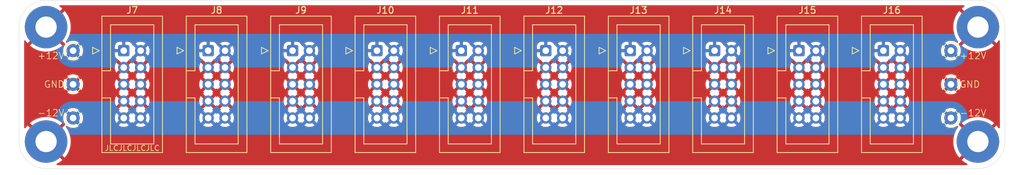
<source format=kicad_pcb>
(kicad_pcb (version 20240108) (generator "pcbnew") (generator_version "8.0")
  (layers (0 "F.Cu" signal) (31 "B.Cu" signal) (34 "B.Paste" user) (35 "F.Paste" user) (36 "B.SilkS" user "B.Silkscreen") (37 "F.SilkS" user "F.Silkscreen") (38 "B.Mask" user) (39 "F.Mask" user) (44 "Edge.Cuts" user))
  (net 0 "")
  (net 1 "+12V")
  (net 2 "GND")
  (net 3 "-12V")
  (footprint "MountingHole:MountingHole_3.2mm_M3_Pad" (layer "F.Cu") (at 179.324 64.516)
    (property "Reference" "H4" (hide yes))
    (property "Value" "MountingHole_Pad")
    (pad "1" thru_hole circle (at 0 0) (size 6.4 6.4) (drill 3.2) (layers "*.Cu" "*.Mask") (net 2 "GND"))
  )
  (footprint "Connector_IDC:IDC-Header_2x05_P2.54mm_Vertical" (layer "F.Cu") (at 88.9 50.8)
    (property "Reference" "J10" (at 1.27 -6.1 0) (layer "F.SilkS"))
    (property "Value" "Conn_02x05_Odd_Even")
    (fp_line (start -4.68 -0.5) (end -4.68 0.5) (stroke (width 0.12)) (layer "F.SilkS"))
    (fp_line (start -4.68 0.5) (end -3.68 0) (stroke (width 0.12)) (layer "F.SilkS"))
    (fp_line (start -3.68 0) (end -4.68 -0.5) (stroke (width 0.12)) (layer "F.SilkS"))
    (fp_line (start -3.29 -5.21) (end 5.83 -5.21) (stroke (width 0.12)) (layer "F.SilkS"))
    (fp_line (start -3.29 3.03) (end -1.98 3.03) (stroke (width 0.12)) (layer "F.SilkS"))
    (fp_line (start -3.29 15.37) (end -3.29 -5.21) (stroke (width 0.12)) (layer "F.SilkS"))
    (fp_line (start -1.98 -3.91) (end 4.52 -3.91) (stroke (width 0.12)) (layer "F.SilkS"))
    (fp_line (start -1.98 3.03) (end -1.98 -3.91) (stroke (width 0.12)) (layer "F.SilkS"))
    (fp_line (start -1.98 7.13) (end -3.29 7.13) (stroke (width 0.12)) (layer "F.SilkS"))
    (fp_line (start -1.98 7.13) (end -1.98 7.13) (stroke (width 0.12)) (layer "F.SilkS"))
    (fp_line (start -1.98 14.07) (end -1.98 7.13) (stroke (width 0.12)) (layer "F.SilkS"))
    (fp_line (start 4.52 -3.91) (end 4.52 14.07) (stroke (width 0.12)) (layer "F.SilkS"))
    (fp_line (start 4.52 14.07) (end -1.98 14.07) (stroke (width 0.12)) (layer "F.SilkS"))
    (fp_line (start 5.83 -5.21) (end 5.83 15.37) (stroke (width 0.12)) (layer "F.SilkS"))
    (fp_line (start 5.83 15.37) (end -3.29 15.37) (stroke (width 0.12)) (layer "F.SilkS"))
    (pad "1" thru_hole roundrect (at 0 0) (size 1.7 1.7) (drill 1) (layers "*.Cu" "*.Mask") (roundrect_rratio 0.147059) (net 1 "+12V"))
    (pad "2" thru_hole circle (at 2.54 0) (size 1.7 1.7) (drill 1) (layers "*.Cu" "*.Mask") (net 1 "+12V"))
    (pad "3" thru_hole circle (at 0 2.54) (size 1.7 1.7) (drill 1) (layers "*.Cu" "*.Mask") (net 2 "GND"))
    (pad "4" thru_hole circle (at 2.54 2.54) (size 1.7 1.7) (drill 1) (layers "*.Cu" "*.Mask") (net 2 "GND"))
    (pad "5" thru_hole circle (at 0 5.08) (size 1.7 1.7) (drill 1) (layers "*.Cu" "*.Mask") (net 2 "GND"))
    (pad "6" thru_hole circle (at 2.54 5.08) (size 1.7 1.7) (drill 1) (layers "*.Cu" "*.Mask") (net 2 "GND"))
    (pad "7" thru_hole circle (at 0 7.62) (size 1.7 1.7) (drill 1) (layers "*.Cu" "*.Mask") (net 2 "GND"))
    (pad "8" thru_hole circle (at 2.54 7.62) (size 1.7 1.7) (drill 1) (layers "*.Cu" "*.Mask") (net 2 "GND"))
    (pad "9" thru_hole circle (at 0 10.16) (size 1.7 1.7) (drill 1) (layers "*.Cu" "*.Mask") (net 3 "-12V"))
    (pad "10" thru_hole circle (at 2.54 10.16) (size 1.7 1.7) (drill 1) (layers "*.Cu" "*.Mask") (net 3 "-12V"))
  )
  (footprint "Connector_IDC:IDC-Header_2x05_P2.54mm_Vertical" (layer "F.Cu") (at 114.3 50.8)
    (property "Reference" "J12" (at 1.27 -6.1 0) (layer "F.SilkS"))
    (property "Value" "Conn_02x05_Odd_Even")
    (fp_line (start -4.68 -0.5) (end -4.68 0.5) (stroke (width 0.12)) (layer "F.SilkS"))
    (fp_line (start -4.68 0.5) (end -3.68 0) (stroke (width 0.12)) (layer "F.SilkS"))
    (fp_line (start -3.68 0) (end -4.68 -0.5) (stroke (width 0.12)) (layer "F.SilkS"))
    (fp_line (start -3.29 -5.21) (end 5.83 -5.21) (stroke (width 0.12)) (layer "F.SilkS"))
    (fp_line (start -3.29 3.03) (end -1.98 3.03) (stroke (width 0.12)) (layer "F.SilkS"))
    (fp_line (start -3.29 15.37) (end -3.29 -5.21) (stroke (width 0.12)) (layer "F.SilkS"))
    (fp_line (start -1.98 -3.91) (end 4.52 -3.91) (stroke (width 0.12)) (layer "F.SilkS"))
    (fp_line (start -1.98 3.03) (end -1.98 -3.91) (stroke (width 0.12)) (layer "F.SilkS"))
    (fp_line (start -1.98 7.13) (end -3.29 7.13) (stroke (width 0.12)) (layer "F.SilkS"))
    (fp_line (start -1.98 7.13) (end -1.98 7.13) (stroke (width 0.12)) (layer "F.SilkS"))
    (fp_line (start -1.98 14.07) (end -1.98 7.13) (stroke (width 0.12)) (layer "F.SilkS"))
    (fp_line (start 4.52 -3.91) (end 4.52 14.07) (stroke (width 0.12)) (layer "F.SilkS"))
    (fp_line (start 4.52 14.07) (end -1.98 14.07) (stroke (width 0.12)) (layer "F.SilkS"))
    (fp_line (start 5.83 -5.21) (end 5.83 15.37) (stroke (width 0.12)) (layer "F.SilkS"))
    (fp_line (start 5.83 15.37) (end -3.29 15.37) (stroke (width 0.12)) (layer "F.SilkS"))
    (pad "1" thru_hole roundrect (at 0 0) (size 1.7 1.7) (drill 1) (layers "*.Cu" "*.Mask") (roundrect_rratio 0.147059) (net 1 "+12V"))
    (pad "2" thru_hole circle (at 2.54 0) (size 1.7 1.7) (drill 1) (layers "*.Cu" "*.Mask") (net 1 "+12V"))
    (pad "3" thru_hole circle (at 0 2.54) (size 1.7 1.7) (drill 1) (layers "*.Cu" "*.Mask") (net 2 "GND"))
    (pad "4" thru_hole circle (at 2.54 2.54) (size 1.7 1.7) (drill 1) (layers "*.Cu" "*.Mask") (net 2 "GND"))
    (pad "5" thru_hole circle (at 0 5.08) (size 1.7 1.7) (drill 1) (layers "*.Cu" "*.Mask") (net 2 "GND"))
    (pad "6" thru_hole circle (at 2.54 5.08) (size 1.7 1.7) (drill 1) (layers "*.Cu" "*.Mask") (net 2 "GND"))
    (pad "7" thru_hole circle (at 0 7.62) (size 1.7 1.7) (drill 1) (layers "*.Cu" "*.Mask") (net 2 "GND"))
    (pad "8" thru_hole circle (at 2.54 7.62) (size 1.7 1.7) (drill 1) (layers "*.Cu" "*.Mask") (net 2 "GND"))
    (pad "9" thru_hole circle (at 0 10.16) (size 1.7 1.7) (drill 1) (layers "*.Cu" "*.Mask") (net 3 "-12V"))
    (pad "10" thru_hole circle (at 2.54 10.16) (size 1.7 1.7) (drill 1) (layers "*.Cu" "*.Mask") (net 3 "-12V"))
  )
  (footprint "Connector_IDC:IDC-Header_2x05_P2.54mm_Vertical" (layer "F.Cu") (at 152.4 50.8)
    (property "Reference" "J15" (at 1.27 -6.1 0) (layer "F.SilkS"))
    (property "Value" "Conn_02x05_Odd_Even")
    (fp_line (start -4.68 -0.5) (end -4.68 0.5) (stroke (width 0.12)) (layer "F.SilkS"))
    (fp_line (start -4.68 0.5) (end -3.68 0) (stroke (width 0.12)) (layer "F.SilkS"))
    (fp_line (start -3.68 0) (end -4.68 -0.5) (stroke (width 0.12)) (layer "F.SilkS"))
    (fp_line (start -3.29 -5.21) (end 5.83 -5.21) (stroke (width 0.12)) (layer "F.SilkS"))
    (fp_line (start -3.29 3.03) (end -1.98 3.03) (stroke (width 0.12)) (layer "F.SilkS"))
    (fp_line (start -3.29 15.37) (end -3.29 -5.21) (stroke (width 0.12)) (layer "F.SilkS"))
    (fp_line (start -1.98 -3.91) (end 4.52 -3.91) (stroke (width 0.12)) (layer "F.SilkS"))
    (fp_line (start -1.98 3.03) (end -1.98 -3.91) (stroke (width 0.12)) (layer "F.SilkS"))
    (fp_line (start -1.98 7.13) (end -3.29 7.13) (stroke (width 0.12)) (layer "F.SilkS"))
    (fp_line (start -1.98 7.13) (end -1.98 7.13) (stroke (width 0.12)) (layer "F.SilkS"))
    (fp_line (start -1.98 14.07) (end -1.98 7.13) (stroke (width 0.12)) (layer "F.SilkS"))
    (fp_line (start 4.52 -3.91) (end 4.52 14.07) (stroke (width 0.12)) (layer "F.SilkS"))
    (fp_line (start 4.52 14.07) (end -1.98 14.07) (stroke (width 0.12)) (layer "F.SilkS"))
    (fp_line (start 5.83 -5.21) (end 5.83 15.37) (stroke (width 0.12)) (layer "F.SilkS"))
    (fp_line (start 5.83 15.37) (end -3.29 15.37) (stroke (width 0.12)) (layer "F.SilkS"))
    (pad "1" thru_hole roundrect (at 0 0) (size 1.7 1.7) (drill 1) (layers "*.Cu" "*.Mask") (roundrect_rratio 0.147059) (net 1 "+12V"))
    (pad "2" thru_hole circle (at 2.54 0) (size 1.7 1.7) (drill 1) (layers "*.Cu" "*.Mask") (net 1 "+12V"))
    (pad "3" thru_hole circle (at 0 2.54) (size 1.7 1.7) (drill 1) (layers "*.Cu" "*.Mask") (net 2 "GND"))
    (pad "4" thru_hole circle (at 2.54 2.54) (size 1.7 1.7) (drill 1) (layers "*.Cu" "*.Mask") (net 2 "GND"))
    (pad "5" thru_hole circle (at 0 5.08) (size 1.7 1.7) (drill 1) (layers "*.Cu" "*.Mask") (net 2 "GND"))
    (pad "6" thru_hole circle (at 2.54 5.08) (size 1.7 1.7) (drill 1) (layers "*.Cu" "*.Mask") (net 2 "GND"))
    (pad "7" thru_hole circle (at 0 7.62) (size 1.7 1.7) (drill 1) (layers "*.Cu" "*.Mask") (net 2 "GND"))
    (pad "8" thru_hole circle (at 2.54 7.62) (size 1.7 1.7) (drill 1) (layers "*.Cu" "*.Mask") (net 2 "GND"))
    (pad "9" thru_hole circle (at 0 10.16) (size 1.7 1.7) (drill 1) (layers "*.Cu" "*.Mask") (net 3 "-12V"))
    (pad "10" thru_hole circle (at 2.54 10.16) (size 1.7 1.7) (drill 1) (layers "*.Cu" "*.Mask") (net 3 "-12V"))
  )
  (footprint "Connector_Pin:Pin_D1.0mm_L10.0mm" (layer "F.Cu") (at 43.18 60.96)
    (property "Reference" "J5" (hide yes))
    (property "Value" "Conn_01x01_Socket")
    (fp_circle (center 0 0) (end 1.25 0.05) (stroke (width 0.12)) (fill none) (layer "F.SilkS"))
    (pad "1" thru_hole circle (at 0 0) (size 2 2) (drill 1) (layers "*.Cu" "*.Mask") (net 3 "-12V"))
  )
  (footprint "MountingHole:MountingHole_3.2mm_M3_Pad" (layer "F.Cu") (at 179.324 47.244)
    (property "Reference" "H2" (hide yes))
    (property "Value" "MountingHole_Pad")
    (pad "1" thru_hole circle (at 0 0) (size 6.4 6.4) (drill 3.2) (layers "*.Cu" "*.Mask") (net 2 "GND"))
  )
  (footprint "Connector_IDC:IDC-Header_2x05_P2.54mm_Vertical" (layer "F.Cu") (at 76.2 50.8)
    (property "Reference" "J9" (at 1.27 -6.1 0) (layer "F.SilkS"))
    (property "Value" "Conn_02x05_Odd_Even")
    (fp_line (start -4.68 -0.5) (end -4.68 0.5) (stroke (width 0.12)) (layer "F.SilkS"))
    (fp_line (start -4.68 0.5) (end -3.68 0) (stroke (width 0.12)) (layer "F.SilkS"))
    (fp_line (start -3.68 0) (end -4.68 -0.5) (stroke (width 0.12)) (layer "F.SilkS"))
    (fp_line (start -3.29 -5.21) (end 5.83 -5.21) (stroke (width 0.12)) (layer "F.SilkS"))
    (fp_line (start -3.29 3.03) (end -1.98 3.03) (stroke (width 0.12)) (layer "F.SilkS"))
    (fp_line (start -3.29 15.37) (end -3.29 -5.21) (stroke (width 0.12)) (layer "F.SilkS"))
    (fp_line (start -1.98 -3.91) (end 4.52 -3.91) (stroke (width 0.12)) (layer "F.SilkS"))
    (fp_line (start -1.98 3.03) (end -1.98 -3.91) (stroke (width 0.12)) (layer "F.SilkS"))
    (fp_line (start -1.98 7.13) (end -3.29 7.13) (stroke (width 0.12)) (layer "F.SilkS"))
    (fp_line (start -1.98 7.13) (end -1.98 7.13) (stroke (width 0.12)) (layer "F.SilkS"))
    (fp_line (start -1.98 14.07) (end -1.98 7.13) (stroke (width 0.12)) (layer "F.SilkS"))
    (fp_line (start 4.52 -3.91) (end 4.52 14.07) (stroke (width 0.12)) (layer "F.SilkS"))
    (fp_line (start 4.52 14.07) (end -1.98 14.07) (stroke (width 0.12)) (layer "F.SilkS"))
    (fp_line (start 5.83 -5.21) (end 5.83 15.37) (stroke (width 0.12)) (layer "F.SilkS"))
    (fp_line (start 5.83 15.37) (end -3.29 15.37) (stroke (width 0.12)) (layer "F.SilkS"))
    (pad "1" thru_hole roundrect (at 0 0) (size 1.7 1.7) (drill 1) (layers "*.Cu" "*.Mask") (roundrect_rratio 0.147059) (net 1 "+12V"))
    (pad "2" thru_hole circle (at 2.54 0) (size 1.7 1.7) (drill 1) (layers "*.Cu" "*.Mask") (net 1 "+12V"))
    (pad "3" thru_hole circle (at 0 2.54) (size 1.7 1.7) (drill 1) (layers "*.Cu" "*.Mask") (net 2 "GND"))
    (pad "4" thru_hole circle (at 2.54 2.54) (size 1.7 1.7) (drill 1) (layers "*.Cu" "*.Mask") (net 2 "GND"))
    (pad "5" thru_hole circle (at 0 5.08) (size 1.7 1.7) (drill 1) (layers "*.Cu" "*.Mask") (net 2 "GND"))
    (pad "6" thru_hole circle (at 2.54 5.08) (size 1.7 1.7) (drill 1) (layers "*.Cu" "*.Mask") (net 2 "GND"))
    (pad "7" thru_hole circle (at 0 7.62) (size 1.7 1.7) (drill 1) (layers "*.Cu" "*.Mask") (net 2 "GND"))
    (pad "8" thru_hole circle (at 2.54 7.62) (size 1.7 1.7) (drill 1) (layers "*.Cu" "*.Mask") (net 2 "GND"))
    (pad "9" thru_hole circle (at 0 10.16) (size 1.7 1.7) (drill 1) (layers "*.Cu" "*.Mask") (net 3 "-12V"))
    (pad "10" thru_hole circle (at 2.54 10.16) (size 1.7 1.7) (drill 1) (layers "*.Cu" "*.Mask") (net 3 "-12V"))
  )
  (footprint "Connector_Pin:Pin_D1.0mm_L10.0mm" (layer "F.Cu") (at 175.26 50.8)
    (property "Reference" "J2" (hide yes))
    (property "Value" "Conn_01x01_Socket")
    (fp_circle (center 0 0) (end 1.25 0.05) (stroke (width 0.12)) (fill none) (layer "F.SilkS"))
    (pad "1" thru_hole circle (at 0 0) (size 2 2) (drill 1) (layers "*.Cu" "*.Mask") (net 1 "+12V"))
  )
  (footprint "Connector_IDC:IDC-Header_2x05_P2.54mm_Vertical" (layer "F.Cu") (at 50.8 50.8)
    (property "Reference" "J7" (at 1.27 -6.1 0) (layer "F.SilkS"))
    (property "Value" "Conn_02x05_Odd_Even")
    (fp_line (start -4.68 -0.5) (end -4.68 0.5) (stroke (width 0.12)) (layer "F.SilkS"))
    (fp_line (start -4.68 0.5) (end -3.68 0) (stroke (width 0.12)) (layer "F.SilkS"))
    (fp_line (start -3.68 0) (end -4.68 -0.5) (stroke (width 0.12)) (layer "F.SilkS"))
    (fp_line (start -3.29 -5.21) (end 5.83 -5.21) (stroke (width 0.12)) (layer "F.SilkS"))
    (fp_line (start -3.29 3.03) (end -1.98 3.03) (stroke (width 0.12)) (layer "F.SilkS"))
    (fp_line (start -3.29 15.37) (end -3.29 -5.21) (stroke (width 0.12)) (layer "F.SilkS"))
    (fp_line (start -1.98 -3.91) (end 4.52 -3.91) (stroke (width 0.12)) (layer "F.SilkS"))
    (fp_line (start -1.98 3.03) (end -1.98 -3.91) (stroke (width 0.12)) (layer "F.SilkS"))
    (fp_line (start -1.98 7.13) (end -3.29 7.13) (stroke (width 0.12)) (layer "F.SilkS"))
    (fp_line (start -1.98 7.13) (end -1.98 7.13) (stroke (width 0.12)) (layer "F.SilkS"))
    (fp_line (start -1.98 14.07) (end -1.98 7.13) (stroke (width 0.12)) (layer "F.SilkS"))
    (fp_line (start 4.52 -3.91) (end 4.52 14.07) (stroke (width 0.12)) (layer "F.SilkS"))
    (fp_line (start 4.52 14.07) (end -1.98 14.07) (stroke (width 0.12)) (layer "F.SilkS"))
    (fp_line (start 5.83 -5.21) (end 5.83 15.37) (stroke (width 0.12)) (layer "F.SilkS"))
    (fp_line (start 5.83 15.37) (end -3.29 15.37) (stroke (width 0.12)) (layer "F.SilkS"))
    (pad "1" thru_hole roundrect (at 0 0) (size 1.7 1.7) (drill 1) (layers "*.Cu" "*.Mask") (roundrect_rratio 0.147059) (net 1 "+12V"))
    (pad "2" thru_hole circle (at 2.54 0) (size 1.7 1.7) (drill 1) (layers "*.Cu" "*.Mask") (net 1 "+12V"))
    (pad "3" thru_hole circle (at 0 2.54) (size 1.7 1.7) (drill 1) (layers "*.Cu" "*.Mask") (net 2 "GND"))
    (pad "4" thru_hole circle (at 2.54 2.54) (size 1.7 1.7) (drill 1) (layers "*.Cu" "*.Mask") (net 2 "GND"))
    (pad "5" thru_hole circle (at 0 5.08) (size 1.7 1.7) (drill 1) (layers "*.Cu" "*.Mask") (net 2 "GND"))
    (pad "6" thru_hole circle (at 2.54 5.08) (size 1.7 1.7) (drill 1) (layers "*.Cu" "*.Mask") (net 2 "GND"))
    (pad "7" thru_hole circle (at 0 7.62) (size 1.7 1.7) (drill 1) (layers "*.Cu" "*.Mask") (net 2 "GND"))
    (pad "8" thru_hole circle (at 2.54 7.62) (size 1.7 1.7) (drill 1) (layers "*.Cu" "*.Mask") (net 2 "GND"))
    (pad "9" thru_hole circle (at 0 10.16) (size 1.7 1.7) (drill 1) (layers "*.Cu" "*.Mask") (net 3 "-12V"))
    (pad "10" thru_hole circle (at 2.54 10.16) (size 1.7 1.7) (drill 1) (layers "*.Cu" "*.Mask") (net 3 "-12V"))
  )
  (footprint "Connector_Pin:Pin_D1.0mm_L10.0mm" (layer "F.Cu") (at 43.18 55.88)
    (property "Reference" "J3" (hide yes))
    (property "Value" "Conn_01x01_Socket")
    (fp_circle (center 0 0) (end 1.25 0.05) (stroke (width 0.12)) (fill none) (layer "F.SilkS"))
    (pad "1" thru_hole circle (at 0 0) (size 2 2) (drill 1) (layers "*.Cu" "*.Mask") (net 2 "GND"))
  )
  (footprint "MountingHole:MountingHole_3.2mm_M3_Pad" (layer "F.Cu") (at 39.116 64.516)
    (property "Reference" "H3" (hide yes))
    (property "Value" "MountingHole_Pad")
    (pad "1" thru_hole circle (at 0 0) (size 6.4 6.4) (drill 3.2) (layers "*.Cu" "*.Mask") (net 2 "GND"))
  )
  (footprint "Connector_Pin:Pin_D1.0mm_L10.0mm" (layer "F.Cu") (at 175.26 55.88)
    (property "Reference" "J4" (hide yes))
    (property "Value" "Conn_01x01_Socket")
    (fp_circle (center 0 0) (end 1.25 0.05) (stroke (width 0.12)) (fill none) (layer "F.SilkS"))
    (pad "1" thru_hole circle (at 0 0) (size 2 2) (drill 1) (layers "*.Cu" "*.Mask") (net 2 "GND"))
  )
  (footprint "Connector_IDC:IDC-Header_2x05_P2.54mm_Vertical" (layer "F.Cu") (at 63.5 50.8)
    (property "Reference" "J8" (at 1.27 -6.1 0) (layer "F.SilkS"))
    (property "Value" "Conn_02x05_Odd_Even")
    (fp_line (start -4.68 -0.5) (end -4.68 0.5) (stroke (width 0.12)) (layer "F.SilkS"))
    (fp_line (start -4.68 0.5) (end -3.68 0) (stroke (width 0.12)) (layer "F.SilkS"))
    (fp_line (start -3.68 0) (end -4.68 -0.5) (stroke (width 0.12)) (layer "F.SilkS"))
    (fp_line (start -3.29 -5.21) (end 5.83 -5.21) (stroke (width 0.12)) (layer "F.SilkS"))
    (fp_line (start -3.29 3.03) (end -1.98 3.03) (stroke (width 0.12)) (layer "F.SilkS"))
    (fp_line (start -3.29 15.37) (end -3.29 -5.21) (stroke (width 0.12)) (layer "F.SilkS"))
    (fp_line (start -1.98 -3.91) (end 4.52 -3.91) (stroke (width 0.12)) (layer "F.SilkS"))
    (fp_line (start -1.98 3.03) (end -1.98 -3.91) (stroke (width 0.12)) (layer "F.SilkS"))
    (fp_line (start -1.98 7.13) (end -3.29 7.13) (stroke (width 0.12)) (layer "F.SilkS"))
    (fp_line (start -1.98 7.13) (end -1.98 7.13) (stroke (width 0.12)) (layer "F.SilkS"))
    (fp_line (start -1.98 14.07) (end -1.98 7.13) (stroke (width 0.12)) (layer "F.SilkS"))
    (fp_line (start 4.52 -3.91) (end 4.52 14.07) (stroke (width 0.12)) (layer "F.SilkS"))
    (fp_line (start 4.52 14.07) (end -1.98 14.07) (stroke (width 0.12)) (layer "F.SilkS"))
    (fp_line (start 5.83 -5.21) (end 5.83 15.37) (stroke (width 0.12)) (layer "F.SilkS"))
    (fp_line (start 5.83 15.37) (end -3.29 15.37) (stroke (width 0.12)) (layer "F.SilkS"))
    (pad "1" thru_hole roundrect (at 0 0) (size 1.7 1.7) (drill 1) (layers "*.Cu" "*.Mask") (roundrect_rratio 0.147059) (net 1 "+12V"))
    (pad "2" thru_hole circle (at 2.54 0) (size 1.7 1.7) (drill 1) (layers "*.Cu" "*.Mask") (net 1 "+12V"))
    (pad "3" thru_hole circle (at 0 2.54) (size 1.7 1.7) (drill 1) (layers "*.Cu" "*.Mask") (net 2 "GND"))
    (pad "4" thru_hole circle (at 2.54 2.54) (size 1.7 1.7) (drill 1) (layers "*.Cu" "*.Mask") (net 2 "GND"))
    (pad "5" thru_hole circle (at 0 5.08) (size 1.7 1.7) (drill 1) (layers "*.Cu" "*.Mask") (net 2 "GND"))
    (pad "6" thru_hole circle (at 2.54 5.08) (size 1.7 1.7) (drill 1) (layers "*.Cu" "*.Mask") (net 2 "GND"))
    (pad "7" thru_hole circle (at 0 7.62) (size 1.7 1.7) (drill 1) (layers "*.Cu" "*.Mask") (net 2 "GND"))
    (pad "8" thru_hole circle (at 2.54 7.62) (size 1.7 1.7) (drill 1) (layers "*.Cu" "*.Mask") (net 2 "GND"))
    (pad "9" thru_hole circle (at 0 10.16) (size 1.7 1.7) (drill 1) (layers "*.Cu" "*.Mask") (net 3 "-12V"))
    (pad "10" thru_hole circle (at 2.54 10.16) (size 1.7 1.7) (drill 1) (layers "*.Cu" "*.Mask") (net 3 "-12V"))
  )
  (footprint "Connector_Pin:Pin_D1.0mm_L10.0mm" (layer "F.Cu") (at 175.26 60.96)
    (property "Reference" "J6" (hide yes))
    (property "Value" "Conn_01x01_Socket")
    (fp_circle (center 0 0) (end 1.25 0.05) (stroke (width 0.12)) (fill none) (layer "F.SilkS"))
    (pad "1" thru_hole circle (at 0 0) (size 2 2) (drill 1) (layers "*.Cu" "*.Mask") (net 3 "-12V"))
  )
  (footprint "Connector_IDC:IDC-Header_2x05_P2.54mm_Vertical" (layer "F.Cu") (at 127 50.8)
    (property "Reference" "J13" (at 1.27 -6.1 0) (layer "F.SilkS"))
    (property "Value" "Conn_02x05_Odd_Even")
    (fp_line (start -4.68 -0.5) (end -4.68 0.5) (stroke (width 0.12)) (layer "F.SilkS"))
    (fp_line (start -4.68 0.5) (end -3.68 0) (stroke (width 0.12)) (layer "F.SilkS"))
    (fp_line (start -3.68 0) (end -4.68 -0.5) (stroke (width 0.12)) (layer "F.SilkS"))
    (fp_line (start -3.29 -5.21) (end 5.83 -5.21) (stroke (width 0.12)) (layer "F.SilkS"))
    (fp_line (start -3.29 3.03) (end -1.98 3.03) (stroke (width 0.12)) (layer "F.SilkS"))
    (fp_line (start -3.29 15.37) (end -3.29 -5.21) (stroke (width 0.12)) (layer "F.SilkS"))
    (fp_line (start -1.98 -3.91) (end 4.52 -3.91) (stroke (width 0.12)) (layer "F.SilkS"))
    (fp_line (start -1.98 3.03) (end -1.98 -3.91) (stroke (width 0.12)) (layer "F.SilkS"))
    (fp_line (start -1.98 7.13) (end -3.29 7.13) (stroke (width 0.12)) (layer "F.SilkS"))
    (fp_line (start -1.98 7.13) (end -1.98 7.13) (stroke (width 0.12)) (layer "F.SilkS"))
    (fp_line (start -1.98 14.07) (end -1.98 7.13) (stroke (width 0.12)) (layer "F.SilkS"))
    (fp_line (start 4.52 -3.91) (end 4.52 14.07) (stroke (width 0.12)) (layer "F.SilkS"))
    (fp_line (start 4.52 14.07) (end -1.98 14.07) (stroke (width 0.12)) (layer "F.SilkS"))
    (fp_line (start 5.83 -5.21) (end 5.83 15.37) (stroke (width 0.12)) (layer "F.SilkS"))
    (fp_line (start 5.83 15.37) (end -3.29 15.37) (stroke (width 0.12)) (layer "F.SilkS"))
    (pad "1" thru_hole roundrect (at 0 0) (size 1.7 1.7) (drill 1) (layers "*.Cu" "*.Mask") (roundrect_rratio 0.147059) (net 1 "+12V"))
    (pad "2" thru_hole circle (at 2.54 0) (size 1.7 1.7) (drill 1) (layers "*.Cu" "*.Mask") (net 1 "+12V"))
    (pad "3" thru_hole circle (at 0 2.54) (size 1.7 1.7) (drill 1) (layers "*.Cu" "*.Mask") (net 2 "GND"))
    (pad "4" thru_hole circle (at 2.54 2.54) (size 1.7 1.7) (drill 1) (layers "*.Cu" "*.Mask") (net 2 "GND"))
    (pad "5" thru_hole circle (at 0 5.08) (size 1.7 1.7) (drill 1) (layers "*.Cu" "*.Mask") (net 2 "GND"))
    (pad "6" thru_hole circle (at 2.54 5.08) (size 1.7 1.7) (drill 1) (layers "*.Cu" "*.Mask") (net 2 "GND"))
    (pad "7" thru_hole circle (at 0 7.62) (size 1.7 1.7) (drill 1) (layers "*.Cu" "*.Mask") (net 2 "GND"))
    (pad "8" thru_hole circle (at 2.54 7.62) (size 1.7 1.7) (drill 1) (layers "*.Cu" "*.Mask") (net 2 "GND"))
    (pad "9" thru_hole circle (at 0 10.16) (size 1.7 1.7) (drill 1) (layers "*.Cu" "*.Mask") (net 3 "-12V"))
    (pad "10" thru_hole circle (at 2.54 10.16) (size 1.7 1.7) (drill 1) (layers "*.Cu" "*.Mask") (net 3 "-12V"))
  )
  (footprint "Connector_IDC:IDC-Header_2x05_P2.54mm_Vertical" (layer "F.Cu") (at 101.6 50.8)
    (property "Reference" "J11" (at 1.27 -6.1 0) (layer "F.SilkS"))
    (property "Value" "Conn_02x05_Odd_Even")
    (fp_line (start -4.68 -0.5) (end -4.68 0.5) (stroke (width 0.12)) (layer "F.SilkS"))
    (fp_line (start -4.68 0.5) (end -3.68 0) (stroke (width 0.12)) (layer "F.SilkS"))
    (fp_line (start -3.68 0) (end -4.68 -0.5) (stroke (width 0.12)) (layer "F.SilkS"))
    (fp_line (start -3.29 -5.21) (end 5.83 -5.21) (stroke (width 0.12)) (layer "F.SilkS"))
    (fp_line (start -3.29 3.03) (end -1.98 3.03) (stroke (width 0.12)) (layer "F.SilkS"))
    (fp_line (start -3.29 15.37) (end -3.29 -5.21) (stroke (width 0.12)) (layer "F.SilkS"))
    (fp_line (start -1.98 -3.91) (end 4.52 -3.91) (stroke (width 0.12)) (layer "F.SilkS"))
    (fp_line (start -1.98 3.03) (end -1.98 -3.91) (stroke (width 0.12)) (layer "F.SilkS"))
    (fp_line (start -1.98 7.13) (end -3.29 7.13) (stroke (width 0.12)) (layer "F.SilkS"))
    (fp_line (start -1.98 7.13) (end -1.98 7.13) (stroke (width 0.12)) (layer "F.SilkS"))
    (fp_line (start -1.98 14.07) (end -1.98 7.13) (stroke (width 0.12)) (layer "F.SilkS"))
    (fp_line (start 4.52 -3.91) (end 4.52 14.07) (stroke (width 0.12)) (layer "F.SilkS"))
    (fp_line (start 4.52 14.07) (end -1.98 14.07) (stroke (width 0.12)) (layer "F.SilkS"))
    (fp_line (start 5.83 -5.21) (end 5.83 15.37) (stroke (width 0.12)) (layer "F.SilkS"))
    (fp_line (start 5.83 15.37) (end -3.29 15.37) (stroke (width 0.12)) (layer "F.SilkS"))
    (pad "1" thru_hole roundrect (at 0 0) (size 1.7 1.7) (drill 1) (layers "*.Cu" "*.Mask") (roundrect_rratio 0.147059) (net 1 "+12V"))
    (pad "2" thru_hole circle (at 2.54 0) (size 1.7 1.7) (drill 1) (layers "*.Cu" "*.Mask") (net 1 "+12V"))
    (pad "3" thru_hole circle (at 0 2.54) (size 1.7 1.7) (drill 1) (layers "*.Cu" "*.Mask") (net 2 "GND"))
    (pad "4" thru_hole circle (at 2.54 2.54) (size 1.7 1.7) (drill 1) (layers "*.Cu" "*.Mask") (net 2 "GND"))
    (pad "5" thru_hole circle (at 0 5.08) (size 1.7 1.7) (drill 1) (layers "*.Cu" "*.Mask") (net 2 "GND"))
    (pad "6" thru_hole circle (at 2.54 5.08) (size 1.7 1.7) (drill 1) (layers "*.Cu" "*.Mask") (net 2 "GND"))
    (pad "7" thru_hole circle (at 0 7.62) (size 1.7 1.7) (drill 1) (layers "*.Cu" "*.Mask") (net 2 "GND"))
    (pad "8" thru_hole circle (at 2.54 7.62) (size 1.7 1.7) (drill 1) (layers "*.Cu" "*.Mask") (net 2 "GND"))
    (pad "9" thru_hole circle (at 0 10.16) (size 1.7 1.7) (drill 1) (layers "*.Cu" "*.Mask") (net 3 "-12V"))
    (pad "10" thru_hole circle (at 2.54 10.16) (size 1.7 1.7) (drill 1) (layers "*.Cu" "*.Mask") (net 3 "-12V"))
  )
  (footprint "MountingHole:MountingHole_3.2mm_M3_Pad" (layer "F.Cu") (at 39.116 47.244)
    (property "Reference" "H1" (hide yes))
    (property "Value" "MountingHole_Pad")
    (pad "1" thru_hole circle (at 0 0) (size 6.4 6.4) (drill 3.2) (layers "*.Cu" "*.Mask") (net 2 "GND"))
  )
  (footprint "Connector_IDC:IDC-Header_2x05_P2.54mm_Vertical" (layer "F.Cu") (at 165.1 50.8)
    (property "Reference" "J16" (at 1.27 -6.1 0) (layer "F.SilkS"))
    (property "Value" "Conn_02x05_Odd_Even")
    (fp_line (start -4.68 -0.5) (end -4.68 0.5) (stroke (width 0.12)) (layer "F.SilkS"))
    (fp_line (start -4.68 0.5) (end -3.68 0) (stroke (width 0.12)) (layer "F.SilkS"))
    (fp_line (start -3.68 0) (end -4.68 -0.5) (stroke (width 0.12)) (layer "F.SilkS"))
    (fp_line (start -3.29 -5.21) (end 5.83 -5.21) (stroke (width 0.12)) (layer "F.SilkS"))
    (fp_line (start -3.29 3.03) (end -1.98 3.03) (stroke (width 0.12)) (layer "F.SilkS"))
    (fp_line (start -3.29 15.37) (end -3.29 -5.21) (stroke (width 0.12)) (layer "F.SilkS"))
    (fp_line (start -1.98 -3.91) (end 4.52 -3.91) (stroke (width 0.12)) (layer "F.SilkS"))
    (fp_line (start -1.98 3.03) (end -1.98 -3.91) (stroke (width 0.12)) (layer "F.SilkS"))
    (fp_line (start -1.98 7.13) (end -3.29 7.13) (stroke (width 0.12)) (layer "F.SilkS"))
    (fp_line (start -1.98 7.13) (end -1.98 7.13) (stroke (width 0.12)) (layer "F.SilkS"))
    (fp_line (start -1.98 14.07) (end -1.98 7.13) (stroke (width 0.12)) (layer "F.SilkS"))
    (fp_line (start 4.52 -3.91) (end 4.52 14.07) (stroke (width 0.12)) (layer "F.SilkS"))
    (fp_line (start 4.52 14.07) (end -1.98 14.07) (stroke (width 0.12)) (layer "F.SilkS"))
    (fp_line (start 5.83 -5.21) (end 5.83 15.37) (stroke (width 0.12)) (layer "F.SilkS"))
    (fp_line (start 5.83 15.37) (end -3.29 15.37) (stroke (width 0.12)) (layer "F.SilkS"))
    (pad "1" thru_hole roundrect (at 0 0) (size 1.7 1.7) (drill 1) (layers "*.Cu" "*.Mask") (roundrect_rratio 0.147059) (net 1 "+12V"))
    (pad "2" thru_hole circle (at 2.54 0) (size 1.7 1.7) (drill 1) (layers "*.Cu" "*.Mask") (net 1 "+12V"))
    (pad "3" thru_hole circle (at 0 2.54) (size 1.7 1.7) (drill 1) (layers "*.Cu" "*.Mask") (net 2 "GND"))
    (pad "4" thru_hole circle (at 2.54 2.54) (size 1.7 1.7) (drill 1) (layers "*.Cu" "*.Mask") (net 2 "GND"))
    (pad "5" thru_hole circle (at 0 5.08) (size 1.7 1.7) (drill 1) (layers "*.Cu" "*.Mask") (net 2 "GND"))
    (pad "6" thru_hole circle (at 2.54 5.08) (size 1.7 1.7) (drill 1) (layers "*.Cu" "*.Mask") (net 2 "GND"))
    (pad "7" thru_hole circle (at 0 7.62) (size 1.7 1.7) (drill 1) (layers "*.Cu" "*.Mask") (net 2 "GND"))
    (pad "8" thru_hole circle (at 2.54 7.62) (size 1.7 1.7) (drill 1) (layers "*.Cu" "*.Mask") (net 2 "GND"))
    (pad "9" thru_hole circle (at 0 10.16) (size 1.7 1.7) (drill 1) (layers "*.Cu" "*.Mask") (net 3 "-12V"))
    (pad "10" thru_hole circle (at 2.54 10.16) (size 1.7 1.7) (drill 1) (layers "*.Cu" "*.Mask") (net 3 "-12V"))
  )
  (footprint "Connector_Pin:Pin_D1.0mm_L10.0mm" (layer "F.Cu") (at 43.18 50.8)
    (property "Reference" "J1" (hide yes))
    (property "Value" "Conn_01x01_Socket")
    (fp_circle (center 0 0) (end 1.25 0.05) (stroke (width 0.12)) (fill none) (layer "F.SilkS"))
    (pad "1" thru_hole circle (at 0 0) (size 2 2) (drill 1) (layers "*.Cu" "*.Mask") (net 1 "+12V"))
  )
  (footprint "Connector_IDC:IDC-Header_2x05_P2.54mm_Vertical" (layer "F.Cu") (at 139.7 50.8)
    (property "Reference" "J14" (at 1.27 -6.1 0) (layer "F.SilkS"))
    (property "Value" "Conn_02x05_Odd_Even")
    (fp_line (start -4.68 -0.5) (end -4.68 0.5) (stroke (width 0.12)) (layer "F.SilkS"))
    (fp_line (start -4.68 0.5) (end -3.68 0) (stroke (width 0.12)) (layer "F.SilkS"))
    (fp_line (start -3.68 0) (end -4.68 -0.5) (stroke (width 0.12)) (layer "F.SilkS"))
    (fp_line (start -3.29 -5.21) (end 5.83 -5.21) (stroke (width 0.12)) (layer "F.SilkS"))
    (fp_line (start -3.29 3.03) (end -1.98 3.03) (stroke (width 0.12)) (layer "F.SilkS"))
    (fp_line (start -3.29 15.37) (end -3.29 -5.21) (stroke (width 0.12)) (layer "F.SilkS"))
    (fp_line (start -1.98 -3.91) (end 4.52 -3.91) (stroke (width 0.12)) (layer "F.SilkS"))
    (fp_line (start -1.98 3.03) (end -1.98 -3.91) (stroke (width 0.12)) (layer "F.SilkS"))
    (fp_line (start -1.98 7.13) (end -3.29 7.13) (stroke (width 0.12)) (layer "F.SilkS"))
    (fp_line (start -1.98 7.13) (end -1.98 7.13) (stroke (width 0.12)) (layer "F.SilkS"))
    (fp_line (start -1.98 14.07) (end -1.98 7.13) (stroke (width 0.12)) (layer "F.SilkS"))
    (fp_line (start 4.52 -3.91) (end 4.52 14.07) (stroke (width 0.12)) (layer "F.SilkS"))
    (fp_line (start 4.52 14.07) (end -1.98 14.07) (stroke (width 0.12)) (layer "F.SilkS"))
    (fp_line (start 5.83 -5.21) (end 5.83 15.37) (stroke (width 0.12)) (layer "F.SilkS"))
    (fp_line (start 5.83 15.37) (end -3.29 15.37) (stroke (width 0.12)) (layer "F.SilkS"))
    (pad "1" thru_hole roundrect (at 0 0) (size 1.7 1.7) (drill 1) (layers "*.Cu" "*.Mask") (roundrect_rratio 0.147059) (net 1 "+12V"))
    (pad "2" thru_hole circle (at 2.54 0) (size 1.7 1.7) (drill 1) (layers "*.Cu" "*.Mask") (net 1 "+12V"))
    (pad "3" thru_hole circle (at 0 2.54) (size 1.7 1.7) (drill 1) (layers "*.Cu" "*.Mask") (net 2 "GND"))
    (pad "4" thru_hole circle (at 2.54 2.54) (size 1.7 1.7) (drill 1) (layers "*.Cu" "*.Mask") (net 2 "GND"))
    (pad "5" thru_hole circle (at 0 5.08) (size 1.7 1.7) (drill 1) (layers "*.Cu" "*.Mask") (net 2 "GND"))
    (pad "6" thru_hole circle (at 2.54 5.08) (size 1.7 1.7) (drill 1) (layers "*.Cu" "*.Mask") (net 2 "GND"))
    (pad "7" thru_hole circle (at 0 7.62) (size 1.7 1.7) (drill 1) (layers "*.Cu" "*.Mask") (net 2 "GND"))
    (pad "8" thru_hole circle (at 2.54 7.62) (size 1.7 1.7) (drill 1) (layers "*.Cu" "*.Mask") (net 2 "GND"))
    (pad "9" thru_hole circle (at 0 10.16) (size 1.7 1.7) (drill 1) (layers "*.Cu" "*.Mask") (net 3 "-12V"))
    (pad "10" thru_hole circle (at 2.54 10.16) (size 1.7 1.7) (drill 1) (layers "*.Cu" "*.Mask") (net 3 "-12V"))
  )
  (gr_line (start 35.052 47.244) (end 35.052 64.516) (stroke (width 0.05)) (layer "Edge.Cuts"))
  (gr_arc (start 39.116 68.58) (mid 36.242318 67.389682) (end 35.052 64.516) (stroke (width 0.05)) (layer "Edge.Cuts"))
  (gr_arc (start 179.324 43.18) (mid 182.197682 44.370318) (end 183.388 47.244) (stroke (width 0.05)) (layer "Edge.Cuts"))
  (gr_arc (start 35.052 47.244) (mid 36.242318 44.370318) (end 39.116 43.18) (stroke (width 0.05)) (layer "Edge.Cuts"))
  (gr_line (start 183.388 64.516) (end 183.388 47.244) (stroke (width 0.05)) (layer "Edge.Cuts"))
  (gr_line (start 179.324 43.18) (end 39.116 43.18) (stroke (width 0.05)) (layer "Edge.Cuts"))
  (gr_arc (start 183.388 64.516) (mid 182.197682 67.389682) (end 179.324 68.58) (stroke (width 0.05)) (layer "Edge.Cuts"))
  (gr_line (start 39.116 68.58) (end 179.324 68.58) (stroke (width 0.05)) (layer "Edge.Cuts"))
  (gr_text "GND" (at 176.510999 55.88 0) (layer "F.SilkS") (effects (font (size 1 1) (thickness 0.1)) (justify left)))
  (gr_text "-12V" (at 41.91 60.198 0) (layer "F.SilkS") (effects (font (size 1 1) (thickness 0.1)) (justify right)))
  (gr_text "+12V" (at 176.53 51.562 0) (layer "F.SilkS") (effects (font (size 1 1) (thickness 0.1)) (justify left)))
  (gr_text "JLCJLCJLCJLC" (at 52.07 65.5 0) (layer "F.SilkS") (effects (font (size 0.8 0.8) (thickness 0.1))))
  (gr_text "-12V" (at 176.53 60.198 0) (layer "F.SilkS") (effects (font (size 1 1) (thickness 0.1)) (justify left)))
  (gr_text "+12V" (at 41.91 51.562 0) (layer "F.SilkS") (effects (font (size 1 1) (thickness 0.1)) (justify right)))
  (gr_text "GND" (at 41.929001 55.88 0) (layer "F.SilkS") (effects (font (size 1 1) (thickness 0.1)) (justify right)))
  (zone (net 2) (net_name "GND") (layer "F.Cu") (priority 2) (connect_pads (clearance 0.5)) (min_thickness 0.25) (fill yes (thermal_gap 0.5) (thermal_bridge_width 0.5) (smoothing fillet) (radius 5))
    (polygon (pts (xy 35.814 43.942) (xy 35.814 68.072) (xy 182.626 68.072) (xy 182.626 43.942)))
  )
  (zone (net 1) (net_name "+12V") (layer "B.Cu") (connect_pads (clearance 0.5)) (min_thickness 0.25) (fill yes (thermal_gap 0.5) (thermal_bridge_width 0.5) (smoothing fillet) (radius 5))
    (polygon (pts (xy 40.64 53.34) (xy 40.64 48.26) (xy 177.8 48.26) (xy 177.8 53.34)))
  )
  (zone (net 3) (net_name "-12V") (layer "B.Cu") (priority 1) (connect_pads (clearance 0.5)) (min_thickness 0.25) (fill yes (thermal_gap 0.5) (thermal_bridge_width 0.5) (smoothing fillet) (radius 5))
    (polygon (pts (xy 40.64 58.42) (xy 40.64 63.5) (xy 177.8 63.5) (xy 177.8 58.42)))
  )
)
</source>
